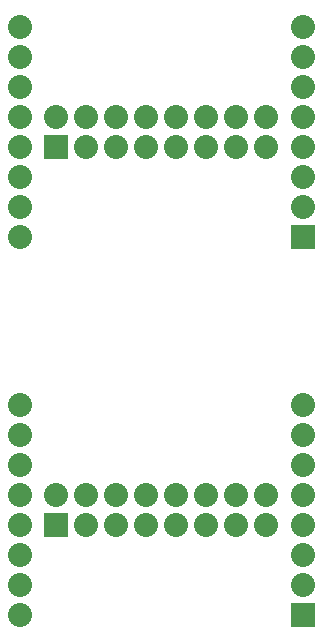
<source format=gbs>
G04 (created by PCBNEW-RS274X (2011-aug-04)-testing) date Sun 07 Apr 2013 12:32:43 PM PDT*
G01*
G70*
G90*
%MOIN*%
G04 Gerber Fmt 3.4, Leading zero omitted, Abs format*
%FSLAX34Y34*%
G04 APERTURE LIST*
%ADD10C,0.006000*%
%ADD11C,0.080000*%
%ADD12R,0.080000X0.080000*%
G04 APERTURE END LIST*
G54D10*
G54D11*
X21575Y-35397D03*
X21575Y-36397D03*
X21575Y-37397D03*
X21575Y-38397D03*
X21575Y-39397D03*
X21575Y-40397D03*
X21575Y-41397D03*
X21575Y-42397D03*
G54D12*
X31024Y-42397D03*
G54D11*
X31024Y-41397D03*
X31024Y-40397D03*
X31024Y-39397D03*
X31024Y-38397D03*
X31024Y-37397D03*
X31024Y-36397D03*
X31024Y-35397D03*
X21575Y-22798D03*
X21575Y-23798D03*
X21575Y-24798D03*
X21575Y-25798D03*
X21575Y-26798D03*
X21575Y-27798D03*
X21575Y-28798D03*
X21575Y-29798D03*
G54D12*
X31024Y-29798D03*
G54D11*
X31024Y-28798D03*
X31024Y-27798D03*
X31024Y-26798D03*
X31024Y-25798D03*
X31024Y-24798D03*
X31024Y-23798D03*
X31024Y-22798D03*
G54D12*
X22799Y-39398D03*
G54D11*
X22799Y-38398D03*
X23799Y-39398D03*
X23799Y-38398D03*
X24799Y-39398D03*
X24799Y-38398D03*
X25799Y-39398D03*
X25799Y-38398D03*
X26799Y-39398D03*
X26799Y-38398D03*
X27799Y-39398D03*
X27799Y-38398D03*
X28799Y-39398D03*
X28799Y-38398D03*
X29799Y-39398D03*
X29799Y-38398D03*
G54D12*
X22799Y-26799D03*
G54D11*
X22799Y-25799D03*
X23799Y-26799D03*
X23799Y-25799D03*
X24799Y-26799D03*
X24799Y-25799D03*
X25799Y-26799D03*
X25799Y-25799D03*
X26799Y-26799D03*
X26799Y-25799D03*
X27799Y-26799D03*
X27799Y-25799D03*
X28799Y-26799D03*
X28799Y-25799D03*
X29799Y-26799D03*
X29799Y-25799D03*
M02*

</source>
